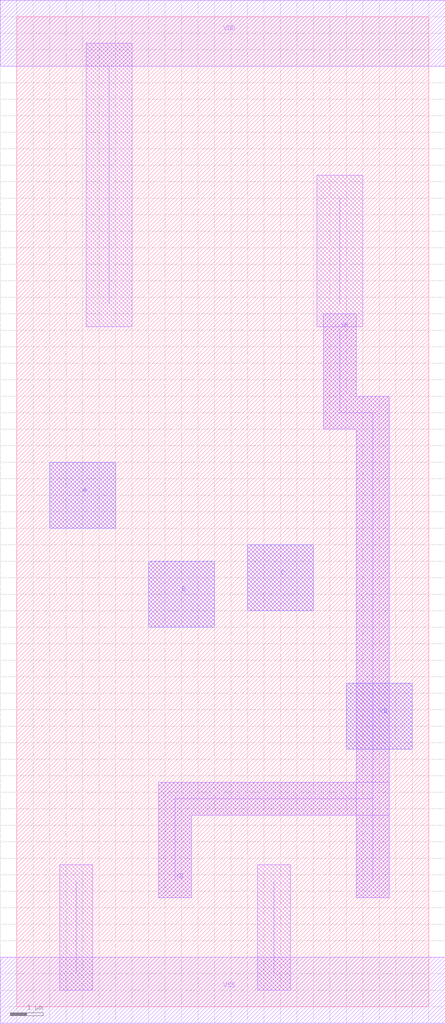
<source format=lef>
VERSION 5.5 ;
NAMESCASESENSITIVE ON ;
BUSBITCHARS "[]" ;
DIVIDERCHAR "/" ;

MACRO nr31
  CLASS CORE ;
  SOURCE USER ;
  ORIGIN 0 0 ;
  SIZE 12.500 BY 30.000 ;
  SYMMETRY X Y ;
  SITE unit ;
 
  PIN A
    USE SIGNAL ;
    PORT
      LAYER ML1 ;
        POLYGON 1.000 14.500  1.000 16.500  3.000 16.500  3.000 14.500  1.000 
        14.500  ;
    END
    PORT
      LAYER ML2 ;
        POLYGON 1.000 14.500  1.000 16.500  3.000 16.500  3.000 14.500  1.000 
        14.500  ;
    END
  END A
  PIN B
    USE SIGNAL ;
    PORT
      LAYER ML2 ;
        POLYGON 4.000 11.500  4.000 13.500  6.000 13.500  6.000 11.500  4.000 
        11.500  ;
    END
    PORT
      LAYER ML1 ;
        POLYGON 4.000 11.500  4.000 13.500  6.000 13.500  6.000 11.500  4.000 
        11.500  ;
    END
  END B
  PIN C
    USE SIGNAL ;
    PORT
      LAYER ML1 ;
        POLYGON 7.000 12.000  7.000 14.000  9.000 14.000  9.000 12.000  7.000 
        12.000  ;
    END
    PORT
      LAYER ML2 ;
        POLYGON 7.000 12.000  7.000 14.000  9.000 14.000  9.000 12.000  7.000 
        12.000  ;
    END
  END C
  PIN VDD
    USE POWER ;
    PORT
      LAYER ML1 ;
        RECT -0.500 28.500  13.000 30.500  ;
    END
  END VDD
  PIN VSS
    USE GROUND ;
    PORT
      LAYER ML1 ;
        RECT -0.500 -0.500  13.000 1.500  ;
    END
  END VSS

  PIN YB
    USE SIGNAL ;
    PORT
      LAYER ML1 ;
        RECT 10.000 7.800  12.000 9.800  ;
    END
    PORT
      LAYER ML2 ;
        RECT 10.000 7.800  12.000 9.800  ;
    END
    PORT
      LAYER ML1 ;
        WIDTH 1.000  ;
        PATH 4.800 3.800 4.800 6.300 10.800 6.300  ;
    END
    PORT
      LAYER ML1 ;
        WIDTH 1.000  ;
        PATH 9.800 20.500 9.800 18.000 10.800 18.000 10.800 3.800  ;
    END
  END YB
  OBS

    LAYER ML1 ;
      WIDTH 1.000  ;
      PATH 1.800 1.000 1.800 3.800  ;

      WIDTH 1.400  ;
      PATH 2.800 21.300 2.800 28.500  ;


      WIDTH 1.000  ;
      PATH 7.800 1.000 7.800 3.800  ;
      WIDTH 1.000  ;
      PATH 4.800 3.800 4.800 6.300 10.800 6.300  ;

      WIDTH 1.400  ;
      PATH 9.800 21.300 9.800 24.500  ;
      WIDTH 1.000  ;
      PATH 9.800 20.500 9.800 18.000 10.800 18.000 10.800 3.800  ;

    VIA 1.800 3.800  dcont ;
    VIA 2.800 22.500  dcont ;
    VIA 2.800 20.500  dcont ;
    VIA 2.800 24.500  dcont ;
    VIA 4.800 3.800  dcont ;
    VIA 7.800 3.800  dcont ;
    VIA 10.800 3.800  dcont ;
    VIA 9.800 20.500  dcont ;
    VIA 9.800 22.500  dcont ;
    VIA 9.800 24.500  dcont ;
    VIA 5.000 12.500  pcont ;
    VIA 8.200 29.500  nsubcont ;
    VIA 8.000 13.000  pcont ;
    VIA 2.000 15.500  pcont ;
    VIA 6.500 0.500  psubcont ;
  END
END nr31

MACRO dcont
  CLASS CORE ;
  OBS
    LAYER ML1 ;
      RECT -1.000 -1.000  1.000 1.000  ;
  END
END dcont

MACRO pcont
  CLASS CORE ;
  OBS
    LAYER ML1 ;
      RECT -1.000 -1.000  1.000 1.000  ;
  END
END pcont

MACRO nsubcont
  CLASS CORE ;
  OBS
    LAYER ML1 ;
      RECT -1.000 -1.000  1.000 1.000  ;
  END
END nsubcont

MACRO psubcont
  CLASS CORE ;
  OBS
    LAYER ML1 ;
      RECT -1.000 -1.000  1.000 1.000  ;
  END
END psubcont


END LIBRARY

</source>
